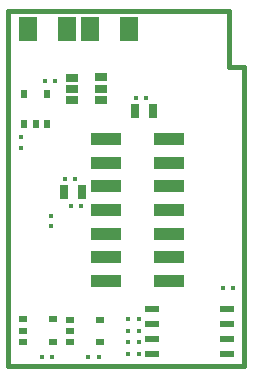
<source format=gbp>
G04 (created by PCBNEW-RS274X (2010-05-05 BZR 2356)-stable) date 2010年10月27日 星期三 23时04分44秒*
G01*
G70*
G90*
%MOIN*%
G04 Gerber Fmt 3.4, Leading zero omitted, Abs format*
%FSLAX34Y34*%
G04 APERTURE LIST*
%ADD10C,0.006000*%
%ADD11C,0.015000*%
%ADD12R,0.018100X0.018100*%
%ADD13R,0.025000X0.045000*%
%ADD14R,0.060000X0.080000*%
%ADD15R,0.045000X0.020000*%
%ADD16R,0.030000X0.020000*%
%ADD17R,0.020000X0.030000*%
%ADD18R,0.039400X0.027600*%
%ADD19R,0.098400X0.039400*%
G04 APERTURE END LIST*
G54D10*
G54D11*
X47244Y-41220D02*
X47244Y-41220D01*
X46732Y-41221D02*
X47244Y-41221D01*
X46732Y-39370D02*
X46732Y-41220D01*
X39370Y-51181D02*
X39370Y-39370D01*
X47244Y-51181D02*
X39370Y-51181D01*
X47244Y-41220D02*
X47244Y-51181D01*
X39370Y-39370D02*
X46732Y-39370D01*
G54D12*
X43370Y-50010D03*
X43720Y-50010D03*
X46520Y-48580D03*
X46870Y-48580D03*
X43720Y-49630D03*
X43370Y-49630D03*
X40810Y-46180D03*
X40810Y-46530D03*
X41250Y-44940D03*
X41600Y-44940D03*
X43720Y-50390D03*
X43370Y-50390D03*
X43720Y-50780D03*
X43370Y-50780D03*
X42390Y-50880D03*
X42040Y-50880D03*
X40840Y-50880D03*
X40490Y-50880D03*
X40580Y-41680D03*
X40930Y-41680D03*
X39800Y-43920D03*
X39800Y-43570D03*
G54D13*
X43598Y-42677D03*
X44198Y-42677D03*
X41820Y-45400D03*
X41220Y-45400D03*
G54D14*
X42086Y-39961D03*
X43386Y-39961D03*
G54D15*
X46670Y-50790D03*
X46670Y-50290D03*
X46670Y-49790D03*
X46670Y-49290D03*
X44170Y-49290D03*
X44170Y-49790D03*
X44170Y-50290D03*
X44170Y-50790D03*
G54D16*
X41430Y-50395D03*
X41430Y-49645D03*
X42430Y-50395D03*
X41430Y-50020D03*
X42430Y-49645D03*
G54D17*
X40655Y-43120D03*
X39905Y-43120D03*
X40655Y-42120D03*
X40280Y-43120D03*
X39905Y-42120D03*
G54D16*
X39860Y-50385D03*
X39860Y-49635D03*
X40860Y-50385D03*
X39860Y-50010D03*
X40860Y-49635D03*
G54D18*
X41510Y-42320D03*
X41510Y-41945D03*
X41510Y-41572D03*
X42454Y-41570D03*
X42454Y-41948D03*
X42454Y-42320D03*
G54D12*
X43622Y-42244D03*
X43972Y-42244D03*
X41810Y-45870D03*
X41460Y-45870D03*
G54D19*
X44729Y-43630D03*
X42642Y-43630D03*
X44729Y-44417D03*
X42642Y-44417D03*
X44729Y-45205D03*
X42642Y-45205D03*
X44729Y-45992D03*
X42642Y-45992D03*
X44729Y-46780D03*
X42642Y-46780D03*
X44729Y-47567D03*
X42642Y-47567D03*
X44729Y-48354D03*
X42642Y-48354D03*
G54D14*
X40019Y-39961D03*
X41319Y-39961D03*
M02*

</source>
